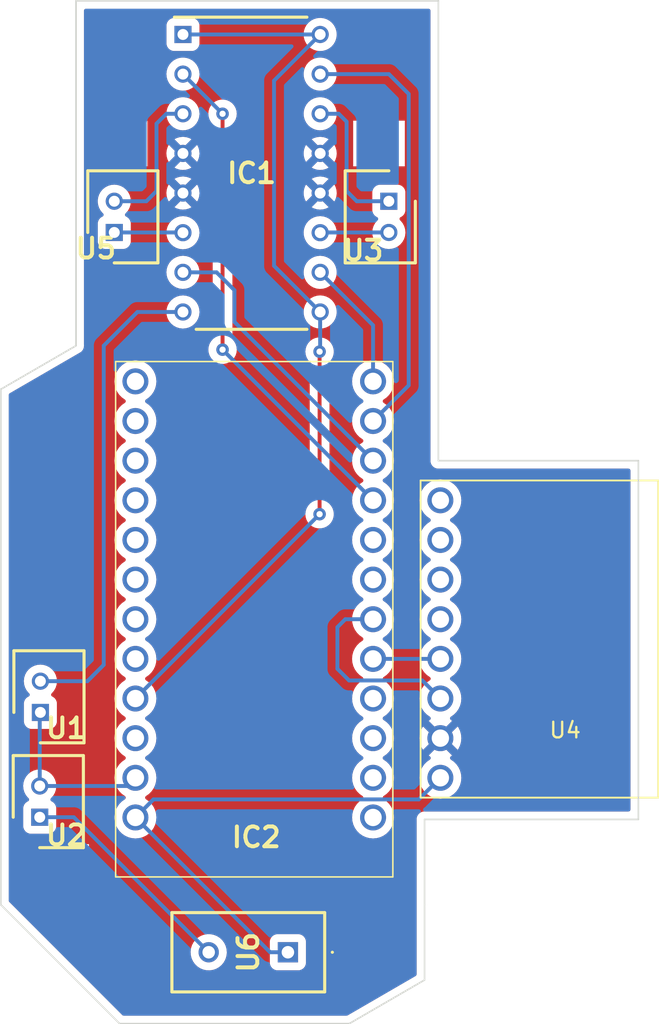
<source format=kicad_pcb>
(kicad_pcb (version 20211014) (generator pcbnew)
  (layers (0 "F.Cu" signal) (31 "B.Cu" signal) (34 "B.Paste" user) (35 "F.Paste" user) (36 "B.SilkS" user "B.Silkscreen") (37 "F.SilkS" user "F.Silkscreen") (38 "B.Mask" user) (39 "F.Mask" user) (44 "Edge.Cuts" user))
  (net 0 "")
  (net 1 "+3.3V")
  (net 2 "Net-(IC1-Pad2)")
  (net 3 "Net-(IC1-Pad3)")
  (net 4 "GND")
  (net 5 "Net-(IC1-Pad6)")
  (net 6 "Net-(IC1-Pad7)")
  (net 7 "+7.5V")
  (net 8 "Net-(IC1-Pad10)")
  (net 9 "Net-(IC1-Pad11)")
  (net 10 "Net-(IC1-Pad14)")
  (net 11 "Net-(IC1-Pad15)")
  (net 12 "Net-(U6-Pad1)")
  (net 13 "Net-(U1-Pad1)")
  (net 25 "Net-(IC2-Pad19)")
  (net 26 "Net-(U4-Pad4)")
  (net 35 "+5V")
  (footprint "reaction_wheel:Switch" (layer "F.Cu") (at 153.543 106.934 -90)
    (fp_text reference "U6" (at 0 2.54 90) (layer "F.SilkS") (effects (font (size 1.27 1.27) (thickness 0.254))))
    (fp_text value "Switch" hide)
    (fp_line (start 2.54 -2.36) (end 2.54 7.44) (layer "F.SilkS") (width 0.2))
    (fp_line (start 2.54 7.44) (end -2.54 7.44) (layer "F.SilkS") (width 0.2))
    (fp_line (start -2.54 7.44) (end -2.54 -2.36) (layer "F.SilkS") (width 0.2))
    (fp_line (start 0 -2.9) (end 0 -2.9) (layer "F.SilkS") (width 0.1))
    (fp_line (start -2.54 -2.36) (end 2.54 -2.36) (layer "F.SilkS") (width 0.2))
    (fp_line (start 0 -2.8) (end 0 -2.8) (layer "F.SilkS") (width 0.1))
    (fp_arc (start 0 -2.8) (mid -0.05 -2.85) (end 0 -2.9) (layer "F.SilkS") (width 0.1))
    (fp_arc (start 0 -2.9) (mid 0.05 -2.85) (end 0 -2.8) (layer "F.SilkS") (width 0.1))
    (pad "1" thru_hole rect (at 0 0 270) (size 1.3 1.3) (drill 0.8) (layers *.Cu *.Mask) (net 12 "Net-(U6-Pad1)"))
    (pad "3" thru_hole circle (at 0 5.08 270) (size 1.3 1.3) (drill 0.8) (layers *.Cu *.Mask) (net 35 "+5V"))
  )
  (footprint "reaction_wheel:SHDR2W50P0X200_1X2_590X450X600P" (layer "F.Cu") (at 160.017 58.817 90)
    (fp_text reference "U3" (at -3.159 -1.648 180) (layer "F.SilkS") (effects (font (size 1.27 1.27) (thickness 0.254))))
    (fp_text value "CONNECTEUR_JST" hide)
    (fp_line (start -3.95 -2.8) (end 1.95 -2.8) (layer "F.SilkS") (width 0.2))
    (fp_line (start 1.95 -2.8) (end 1.95 0) (layer "F.SilkS") (width 0.2))
    (fp_line (start -3.95 1.7) (end -3.95 -2.8) (layer "F.SilkS") (width 0.2))
    (fp_line (start 0 1.7) (end -3.95 1.7) (layer "F.SilkS") (width 0.2))
    (pad "1" thru_hole rect (at 0 0 90) (size 1.1 1.1) (drill 0.7) (layers *.Cu *.Mask) (net 10 "Net-(IC1-Pad14)"))
    (pad "2" thru_hole circle (at -2 0 90) (size 1.1 1.1) (drill 0.7) (layers *.Cu *.Mask) (net 9 "Net-(IC1-Pad11)"))
  )
  (footprint "reaction_wheel:SHDR2W50P0X200_1X2_590X450X600P" (layer "F.Cu") (at 137.626 98.282 -90)
    (fp_text reference "U2" (at 1.159 -1.693 180) (layer "F.SilkS") (effects (font (size 1.27 1.27) (thickness 0.254))))
    (fp_text value "CONNECTEUR_JST" hide)
    (fp_line (start -3.95 1.7) (end -3.95 -2.8) (layer "F.SilkS") (width 0.2))
    (fp_line (start -3.95 -2.8) (end 1.95 -2.8) (layer "F.SilkS") (width 0.2))
    (fp_line (start 0 1.7) (end -3.95 1.7) (layer "F.SilkS") (width 0.2))
    (fp_line (start 1.95 -2.8) (end 1.95 0) (layer "F.SilkS") (width 0.2))
    (pad "1" thru_hole rect (at 0 0 270) (size 1.1 1.1) (drill 0.7) (layers *.Cu *.Mask) (net 35 "+5V"))
    (pad "2" thru_hole circle (at -2 0 270) (size 1.1 1.1) (drill 0.7) (layers *.Cu *.Mask) (net 13 "Net-(U1-Pad1)"))
  )
  (footprint "reaction_wheel:DEV12587" (layer "F.Cu") (at 143.764 98.298 -90)
    (fp_text reference "IC2" (at 1.27 -7.747 180) (layer "F.SilkS") (effects (font (size 1.27 1.27) (thickness 0.254))))
    (fp_text value "SPARKFUN_PRO" hide)
    (fp_line (start 3.81 1.27) (end -29.21 1.27) (layer "F.SilkS") (width 0.1))
    (fp_line (start -29.21 1.27) (end -29.21 -16.51) (layer "F.SilkS") (width 0.1))
    (fp_line (start -29.21 -16.51) (end 3.81 -16.51) (layer "F.SilkS") (width 0.1))
    (fp_line (start 3.81 -16.51) (end 3.81 1.27) (layer "F.SilkS") (width 0.1))
    (pad "1" thru_hole circle (at 0 0 270) (size 1.665 1.665) (drill 1.11) (layers *.Cu *.Mask) (net 12 "Net-(U6-Pad1)"))
    (pad "2" thru_hole circle (at -2.54 0 270) (size 1.665 1.665) (drill 1.11) (layers *.Cu *.Mask) (net 13 "Net-(U1-Pad1)"))
    (pad "3" thru_hole circle (at -5.08 0 270) (size 1.665 1.665) (drill 1.11) (layers *.Cu *.Mask))
    (pad "4" thru_hole circle (at -7.62 0 270) (size 1.665 1.665) (drill 1.11) (layers *.Cu *.Mask) (net 1 "+3.3V"))
    (pad "5" thru_hole circle (at -10.16 0 270) (size 1.665 1.665) (drill 1.11) (layers *.Cu *.Mask))
    (pad "6" thru_hole circle (at -12.7 0 270) (size 1.665 1.665) (drill 1.11) (layers *.Cu *.Mask))
    (pad "7" thru_hole circle (at -15.24 0 270) (size 1.665 1.665) (drill 1.11) (layers *.Cu *.Mask))
    (pad "8" thru_hole circle (at -17.78 0 270) (size 1.665 1.665) (drill 1.11) (layers *.Cu *.Mask))
    (pad "9" thru_hole circle (at -20.32 0 270) (size 1.665 1.665) (drill 1.11) (layers *.Cu *.Mask))
    (pad "10" thru_hole circle (at -22.86 0 270) (size 1.665 1.665) (drill 1.11) (layers *.Cu *.Mask))
    (pad "11" thru_hole circle (at -25.4 0 270) (size 1.665 1.665) (drill 1.11) (layers *.Cu *.Mask))
    (pad "12" thru_hole circle (at -27.94 0 270) (size 1.665 1.665) (drill 1.11) (layers *.Cu *.Mask))
    (pad "13" thru_hole circle (at -27.94 -15.24 270) (size 1.665 1.665) (drill 1.11) (layers *.Cu *.Mask) (net 8 "Net-(IC1-Pad10)"))
    (pad "14" thru_hole circle (at -25.4 -15.24 270) (size 1.665 1.665) (drill 1.11) (layers *.Cu *.Mask) (net 11 "Net-(IC1-Pad15)"))
    (pad "15" thru_hole circle (at -22.86 -15.24 270) (size 1.665 1.665) (drill 1.11) (layers *.Cu *.Mask) (net 6 "Net-(IC1-Pad7)"))
    (pad "16" thru_hole circle (at -20.32 -15.24 270) (size 1.665 1.665) (drill 1.11) (layers *.Cu *.Mask) (net 2 "Net-(IC1-Pad2)"))
    (pad "17" thru_hole circle (at -17.78 -15.24 270) (size 1.665 1.665) (drill 1.11) (layers *.Cu *.Mask))
    (pad "18" thru_hole circle (at -15.24 -15.24 270) (size 1.665 1.665) (drill 1.11) (layers *.Cu *.Mask))
    (pad "19" thru_hole circle (at -12.7 -15.24 270) (size 1.665 1.665) (drill 1.11) (layers *.Cu *.Mask) (net 25 "Net-(IC2-Pad19)"))
    (pad "20" thru_hole circle (at -10.16 -15.24 270) (size 1.665 1.665) (drill 1.11) (layers *.Cu *.Mask) (net 26 "Net-(U4-Pad4)"))
    (pad "21" thru_hole circle (at -7.62 -15.24 270) (size 1.665 1.665) (drill 1.11) (layers *.Cu *.Mask))
    (pad "22" thru_hole circle (at -5.08 -15.24 270) (size 1.665 1.665) (drill 1.11) (layers *.Cu *.Mask))
    (pad "23" thru_hole circle (at -2.54 -15.24 270) (size 1.665 1.665) (drill 1.11) (layers *.Cu *.Mask))
    (pad "24" thru_hole circle (at 0 -15.24 270) (size 1.665 1.665) (drill 1.11) (layers *.Cu *.Mask))
  )
  (footprint "reaction_wheel:SHDR2W50P0X200_1X2_590X450X600P" (layer "F.Cu") (at 137.668 91.567 -90)
    (fp_text reference "U1" (at 1.016 -1.651 180) (layer "F.SilkS") (effects (font (size 1.27 1.27) (thickness 0.254))))
    (fp_text value "CONNECTEUR_JST" hide)
    (fp_line (start 1.95 -2.8) (end 1.95 0) (layer "F.SilkS") (width 0.2))
    (fp_line (start -3.95 1.7) (end -3.95 -2.8) (layer "F.SilkS") (width 0.2))
    (fp_line (start 0 1.7) (end -3.95 1.7) (layer "F.SilkS") (width 0.2))
    (fp_line (start -3.95 -2.8) (end 1.95 -2.8) (layer "F.SilkS") (width 0.2))
    (pad "1" thru_hole rect (at 0 0 270) (size 1.1 1.1) (drill 0.7) (layers *.Cu *.Mask) (net 13 "Net-(U1-Pad1)"))
    (pad "2" thru_hole circle (at -2 0 270) (size 1.1 1.1) (drill 0.7) (layers *.Cu *.Mask) (net 7 "+7.5V"))
  )
  (footprint "reaction_wheel:DIP880W50P254L2000H510Q16N" (layer "F.Cu") (at 151.212 57.023)
    (fp_text reference "IC1" (at 0 0) (layer "F.SilkS") (effects (font (size 1.27 1.27) (thickness 0.254))))
    (fp_text value "L293D" hide)
    (fp_line (start -3.55 10) (end 3.55 10) (layer "F.SilkS") (width 0.2))
    (fp_line (start -4.95 -10) (end 3.55 -10) (layer "F.SilkS") (width 0.2))
    (pad "1" thru_hole rect (at -4.4 -8.89) (size 1.1 1.1) (drill 0.7) (layers *.Cu *.Mask) (net 1 "+3.3V"))
    (pad "2" thru_hole circle (at -4.4 -6.35) (size 1.1 1.1) (drill 0.7) (layers *.Cu *.Mask) (net 2 "Net-(IC1-Pad2)"))
    (pad "3" thru_hole circle (at -4.4 -3.81) (size 1.1 1.1) (drill 0.7) (layers *.Cu *.Mask) (net 3 "Net-(IC1-Pad3)"))
    (pad "4" thru_hole circle (at -4.4 -1.27) (size 1.1 1.1) (drill 0.7) (layers *.Cu *.Mask) (net 4 "GND"))
    (pad "5" thru_hole circle (at -4.4 1.27) (size 1.1 1.1) (drill 0.7) (layers *.Cu *.Mask) (net 4 "GND"))
    (pad "6" thru_hole circle (at -4.4 3.81) (size 1.1 1.1) (drill 0.7) (layers *.Cu *.Mask) (net 5 "Net-(IC1-Pad6)"))
    (pad "7" thru_hole circle (at -4.4 6.35) (size 1.1 1.1) (drill 0.7) (layers *.Cu *.Mask) (net 6 "Net-(IC1-Pad7)"))
    (pad "8" thru_hole circle (at -4.4 8.89) (size 1.1 1.1) (drill 0.7) (layers *.Cu *.Mask) (net 7 "+7.5V"))
    (pad "9" thru_hole circle (at 4.4 8.89) (size 1.1 1.1) (drill 0.7) (layers *.Cu *.Mask) (net 1 "+3.3V"))
    (pad "10" thru_hole circle (at 4.4 6.35) (size 1.1 1.1) (drill 0.7) (layers *.Cu *.Mask) (net 8 "Net-(IC1-Pad10)"))
    (pad "11" thru_hole circle (at 4.4 3.81) (size 1.1 1.1) (drill 0.7) (layers *.Cu *.Mask) (net 9 "Net-(IC1-Pad11)"))
    (pad "12" thru_hole circle (at 4.4 1.27) (size 1.1 1.1) (drill 0.7) (layers *.Cu *.Mask) (net 4 "GND"))
    (pad "13" thru_hole circle (at 4.4 -1.27) (size 1.1 1.1) (drill 0.7) (layers *.Cu *.Mask) (net 4 "GND"))
    (pad "14" thru_hole circle (at 4.4 -3.81) (size 1.1 1.1) (drill 0.7) (layers *.Cu *.Mask) (net 10 "Net-(IC1-Pad14)"))
    (pad "15" thru_hole circle (at 4.4 -6.35) (size 1.1 1.1) (drill 0.7) (layers *.Cu *.Mask) (net 11 "Net-(IC1-Pad15)"))
    (pad "16" thru_hole circle (at 4.4 -8.89) (size 1.1 1.1) (drill 0.7) (layers *.Cu *.Mask) (net 1 "+3.3V"))
  )
  (footprint "reaction_wheel:SHDR2W50P0X200_1X2_590X450X600P" (layer "F.Cu") (at 142.407 60.817 -90)
    (fp_text reference "U5" (at 1.032 1.183 180) (layer "F.SilkS") (effects (font (size 1.27 1.27) (thickness 0.254))))
    (fp_text value "CONNECTEUR_JST" hide)
    (fp_line (start 0 1.7) (end -3.95 1.7) (layer "F.SilkS") (width 0.2))
    (fp_line (start -3.95 -2.8) (end 1.95 -2.8) (layer "F.SilkS") (width 0.2))
    (fp_line (start 1.95 -2.8) (end 1.95 0) (layer "F.SilkS") (width 0.2))
    (fp_line (start -3.95 1.7) (end -3.95 -2.8) (layer "F.SilkS") (width 0.2))
    (pad "1" thru_hole rect (at 0 0 270) (size 1.1 1.1) (drill 0.7) (layers *.Cu *.Mask) (net 5 "Net-(IC1-Pad6)"))
    (pad "2" thru_hole circle (at -2 0 270) (size 1.1 1.1) (drill 0.7) (layers *.Cu *.Mask) (net 3 "Net-(IC1-Pad3)"))
  )
  (footprint "reaction_wheel:MPU6050" (layer "F.Cu") (at 167.132 91.948 90)
    (fp_text reference "U4" (at -0.762 4.191 unlocked) (layer "F.SilkS"))
    (fp_text value "MPU6050")
    (fp_line (start 15.24 -5.08) (end 15.24 10.16) (layer "F.SilkS") (width 0.12))
    (fp_line (start -5.08 10.16) (end -5.08 -5.08) (layer "F.SilkS") (width 0.12))
    (fp_line (start 15.24 10.16) (end -5.08 10.16) (layer "F.SilkS") (width 0.12))
    (fp_line (start -5.08 -5.08) (end 15.24 -5.08) (layer "F.SilkS") (width 0.12))
    (pad "1" thru_hole circle (at -3.81 -3.81 90) (size 1.665 1.665) (drill 1.11) (layers *.Cu *.Mask) (net 1 "+3.3V"))
    (pad "2" thru_hole circle (at -1.27 -3.81 90) (size 1.665 1.665) (drill 1.11) (layers *.Cu *.Mask) (net 4 "GND"))
    (pad "3" thru_hole circle (at 1.27 -3.81 90) (size 1.665 1.665) (drill 1.11) (layers *.Cu *.Mask) (net 25 "Net-(IC2-Pad19)"))
    (pad "4" thru_hole circle (at 3.81 -3.81 90) (size 1.665 1.665) (drill 1.11) (layers *.Cu *.Mask) (net 26 "Net-(U4-Pad4)"))
    (pad "5" thru_hole circle (at 6.35 -3.81 90) (size 1.665 1.665) (drill 1.11) (layers *.Cu *.Mask))
    (pad "6" thru_hole circle (at 8.89 -3.81 90) (size 1.665 1.665) (drill 1.11) (layers *.Cu *.Mask))
    (pad "7" thru_hole circle (at 11.43 -3.81 90) (size 1.665 1.665) (drill 1.11) (layers *.Cu *.Mask))
    (pad "8" thru_hole circle (at 13.97 -3.81 90) (size 1.665 1.665) (drill 1.11) (layers *.Cu *.Mask))
  )
  (gr_line (start 162.306 103.886) (end 162.306 98.425) (layer "Edge.Cuts") (width 0.1))
  (gr_line (start 142.748 111.506) (end 157.48 111.506) (layer "Edge.Cuts") (width 0.1))
  (gr_line (start 162.306 98.425) (end 176.022 98.425) (layer "Edge.Cuts") (width 0.1))
  (gr_line (start 176.022 75.438) (end 163.195 75.438) (layer "Edge.Cuts") (width 0.1))
  (gr_line (start 162.306 108.712) (end 162.306 103.886) (layer "Edge.Cuts") (width 0.1))
  (gr_line (start 139.954 45.974) (end 139.954 68.072) (layer "Edge.Cuts") (width 0.1))
  (gr_line (start 176.022 98.425) (end 176.022 75.438) (layer "Edge.Cuts") (width 0.1))
  (gr_line (start 135.128 101.219) (end 135.128 103.886) (layer "Edge.Cuts") (width 0.1))
  (gr_line (start 162.306 108.712) (end 157.48 111.506) (layer "Edge.Cuts") (width 0.1))
  (gr_line (start 163.195 75.438) (end 163.195 45.974) (layer "Edge.Cuts") (width 0.1))
  (gr_line (start 135.128 103.886) (end 142.748 111.506) (layer "Edge.Cuts") (width 0.1))
  (gr_line (start 163.195 45.974) (end 139.954 45.974) (layer "Edge.Cuts") (width 0.1))
  (gr_line (start 135.128 70.866) (end 135.128 86.868) (layer "Edge.Cuts") (width 0.1))
  (gr_line (start 135.128 86.868) (end 135.128 101.219) (layer "Edge.Cuts") (width 0.1))
  (gr_line (start 139.954 68.072) (end 135.128 70.866) (layer "Edge.Cuts") (width 0.1))
  (gr_text "3.3V" (at 138.557 101.473) (layer "F.Cu") (effects (font (size 1 1) (thickness 0.2))))
  (gr_text "ON" (at 143.764 107.061) (layer "F.Cu") (effects (font (size 1 1) (thickness 0.2))))
  (gr_text "M1" (at 159.385 55.118) (layer "F.Cu") (effects (font (size 1 1) (thickness 0.2))))
  (gr_text "M2" (at 142.875 55.118) (layer "F.Cu") (effects (font (size 1 1) (thickness 0.2))))
  (gr_text "7V" (at 138.049 86.487) (layer "F.Cu") (effects (font (size 1 1) (thickness 0.2))))
  (gr_text "Y.H NIMBUS" (at 138.557 77.47 90) (layer "F.Cu") (effects (font (size 1.2 1.2) (thickness 0.2))))
  (gr_text "OFF" (at 158.496 107.061) (layer "F.Cu") (effects (font (size 1 1) (thickness 0.2))))
  (gr_text "CubeSat Reaction \nWheel" (at 168.275 86.868 90) (layer "F.Cu") (effects (font (size 1.2 1.2) (thickness 0.2))))
  (segment (start 155.575 78.867) (end 155.575 68.453) (width 0.25) (layer "F.Cu") (net 1))
  (via (at 155.575 78.867) (size 0.8) (drill 0.4) (layers "F.Cu" "B.Cu") (net 1))
  (via (at 155.575 68.453) (size 0.8) (drill 0.4) (layers "F.Cu" "B.Cu") (net 1))
  (segment (start 146.812 48.133) (end 155.612 48.133) (width 0.25) (layer "B.Cu") (net 1))
  (segment (start 152.654 62.955) (end 155.612 65.913) (width 0.25) (layer "B.Cu") (net 1))
  (segment (start 155.575 78.867) (end 143.764 90.678) (width 0.25) (layer "B.Cu") (net 1))
  (segment (start 155.612 68.416) (end 155.575 68.453) (width 0.25) (layer "B.Cu") (net 1))
  (segment (start 155.612 48.133) (end 152.654 51.091) (width 0.25) (layer "B.Cu") (net 1))
  (segment (start 155.612 65.913) (end 155.612 68.416) (width 0.25) (layer "B.Cu") (net 1))
  (segment (start 152.654 51.091) (end 152.654 62.955) (width 0.25) (layer "B.Cu") (net 1))
  (segment (start 149.352 68.326) (end 149.352 53.213) (width 0.25) (layer "F.Cu") (net 2))
  (via (at 149.352 53.213) (size 0.8) (drill 0.4) (layers "F.Cu" "B.Cu") (net 2))
  (via (at 149.352 68.326) (size 0.8) (drill 0.4) (layers "F.Cu" "B.Cu") (net 2))
  (segment (start 149.352 68.326) (end 159.004 77.978) (width 0.25) (layer "B.Cu") (net 2))
  (segment (start 146.812 50.673) (end 149.352 53.213) (width 0.25) (layer "B.Cu") (net 2))
  (segment (start 144.465 58.817) (end 145.116 58.166) (width 0.25) (layer "B.Cu") (net 3))
  (segment (start 145.116 58.166) (end 145.116 53.848) (width 0.25) (layer "B.Cu") (net 3))
  (segment (start 145.751 53.213) (end 146.812 53.213) (width 0.25) (layer "B.Cu") (net 3))
  (segment (start 142.407 58.817) (end 144.465 58.817) (width 0.25) (layer "B.Cu") (net 3))
  (segment (start 145.116 53.848) (end 145.751 53.213) (width 0.25) (layer "B.Cu") (net 3))
  (segment (start 142.407 60.817) (end 146.796 60.817) (width 0.25) (layer "B.Cu") (net 5))
  (segment (start 146.796 60.817) (end 146.812 60.833) (width 0.25) (layer "B.Cu") (net 5))
  (segment (start 150.114 66.548) (end 150.114 64.516) (width 0.25) (layer "B.Cu") (net 6))
  (segment (start 148.971 63.373) (end 146.812 63.373) (width 0.25) (layer "B.Cu") (net 6))
  (segment (start 150.114 64.516) (end 148.971 63.373) (width 0.25) (layer "B.Cu") (net 6))
  (segment (start 159.004 75.438) (end 150.114 66.548) (width 0.25) (layer "B.Cu") (net 6))
  (segment (start 141.732 88.519) (end 141.732 68.072) (width 0.25) (layer "B.Cu") (net 7))
  (segment (start 141.732 68.072) (end 143.891 65.913) (width 0.25) (layer "B.Cu") (net 7))
  (segment (start 143.891 65.913) (end 146.812 65.913) (width 0.25) (layer "B.Cu") (net 7))
  (segment (start 140.684 89.567) (end 141.732 88.519) (width 0.25) (layer "B.Cu") (net 7))
  (segment (start 137.668 89.567) (end 140.684 89.567) (width 0.25) (layer "B.Cu") (net 7))
  (segment (start 159.004 70.358) (end 159.004 66.765) (width 0.25) (layer "B.Cu") (net 8))
  (segment (start 159.004 66.765) (end 155.612 63.373) (width 0.25) (layer "B.Cu") (net 8))
  (segment (start 160.017 60.817) (end 155.628 60.817) (width 0.25) (layer "B.Cu") (net 9))
  (segment (start 155.628 60.817) (end 155.612 60.833) (width 0.25) (layer "B.Cu") (net 9))
  (segment (start 160.017 58.817) (end 157.959 58.817) (width 0.25) (layer "B.Cu") (net 10))
  (segment (start 157.308 58.166) (end 157.308 53.721) (width 0.25) (layer "B.Cu") (net 10))
  (segment (start 157.308 53.721) (end 156.8 53.213) (width 0.25) (layer "B.Cu") (net 10))
  (segment (start 156.8 53.213) (end 155.612 53.213) (width 0.25) (layer "B.Cu") (net 10))
  (segment (start 157.959 58.817) (end 157.308 58.166) (width 0.25) (layer "B.Cu") (net 10))
  (segment (start 159.004 72.898) (end 161.29 70.612) (width 0.25) (layer "B.Cu") (net 11))
  (segment (start 161.29 51.943) (end 160.02 50.673) (width 0.25) (layer "B.Cu") (net 11))
  (segment (start 161.29 70.612) (end 161.29 51.943) (width 0.25) (layer "B.Cu") (net 11))
  (segment (start 160.02 50.673) (end 155.612 50.673) (width 0.25) (layer "B.Cu") (net 11))
  (segment (start 144.9215 97.1405) (end 143.764 98.298) (width 0.25) (layer "B.Cu") (net 12))
  (segment (start 152.4 106.934) (end 143.764 98.298) (width 0.25) (layer "B.Cu") (net 12))
  (segment (start 161.9395 97.1405) (end 144.9215 97.1405) (width 0.25) (layer "B.Cu") (net 12))
  (segment (start 143.748 98.282) (end 143.764 98.298) (width 0.25) (layer "B.Cu") (net 12))
  (segment (start 153.543 106.934) (end 152.4 106.934) (width 0.25) (layer "B.Cu") (net 12))
  (segment (start 163.322 95.758) (end 161.9395 97.1405) (width 0.25) (layer "B.Cu") (net 12))
  (segment (start 137.626 96.282) (end 137.626 91.609) (width 0.25) (layer "B.Cu") (net 13))
  (segment (start 137.626 91.609) (end 137.668 91.567) (width 0.25) (layer "B.Cu") (net 13))
  (segment (start 137.626 96.282) (end 143.24 96.282) (width 0.25) (layer "B.Cu") (net 13))
  (segment (start 143.24 96.282) (end 143.764 95.758) (width 0.25) (layer "B.Cu") (net 13))
  (segment (start 157.4655 89.5205) (end 162.1645 89.5205) (width 0.25) (layer "B.Cu") (net 25))
  (segment (start 156.718 88.773) (end 156.718 86.106) (width 0.25) (layer "B.Cu") (net 25))
  (segment (start 157.4655 89.5205) (end 156.718 88.773) (width 0.25) (layer "B.Cu") (net 25))
  (segment (start 162.1645 89.5205) (end 163.322 90.678) (width 0.25) (layer "B.Cu") (net 25))
  (segment (start 156.718 86.106) (end 157.226 85.598) (width 0.25) (layer "B.Cu") (net 25))
  (segment (start 157.226 85.598) (end 159.004 85.598) (width 0.25) (layer "B.Cu") (net 25))
  (segment (start 159.004 88.138) (end 163.322 88.138) (width 0.25) (layer "B.Cu") (net 26))
  (segment (start 139.811 98.282) (end 148.463 106.934) (width 0.25) (layer "B.Cu") (net 35))
  (segment (start 137.626 98.282) (end 139.811 98.282) (width 0.25) (layer "B.Cu") (net 35))
  (zone (net 4) (net_name "GND") (layers F&B.Cu) (connect_pads (clearance 0.508)) (min_thickness 0.254) (fill yes (thermal_gap 0.508) (thermal_bridge_width 0.508))
    (polygon (pts (xy 163.195 75.438) (xy 176.022 75.438) (xy 176.022 98.425) (xy 162.306 98.425) (xy 162.306 108.712) (xy 157.48 111.506) (xy 142.748 111.506) (xy 135.128 103.886) (xy 135.128 70.866) (xy 139.954 68.072) (xy 139.954 45.974) (xy 163.195 45.974)))
  )
)
</source>
